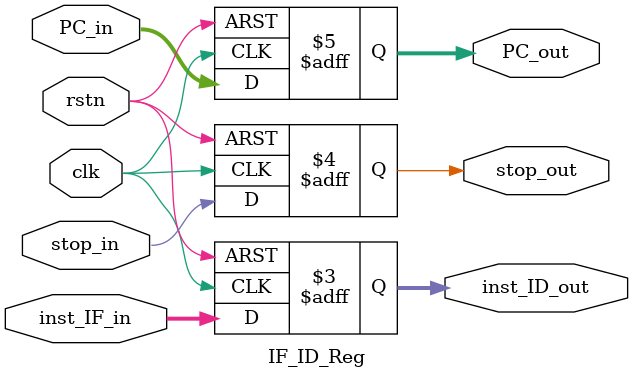
<source format=v>

`timescale 1ns/1ps

module IF_ID_Reg (
    input           clk,
    input           rstn,
    
    input [31:0]    inst_IF_in,
    input           stop_in,
    input [31:0]    PC_in,

    output reg [31:0]   inst_ID_out,
    output reg          stop_out,
    output reg [31:0]   PC_out
);

    always @(posedge clk or negedge rstn) begin
        if (~rstn) begin
            inst_ID_out <= 32'b0;
            stop_out    <= 1'b0;
            PC_out      <= 32'b0;
        end
        else begin
            inst_ID_out <= inst_IF_in;
            stop_out    <= stop_in;
            PC_out      <= PC_in;
        end
    end

endmodule
</source>
